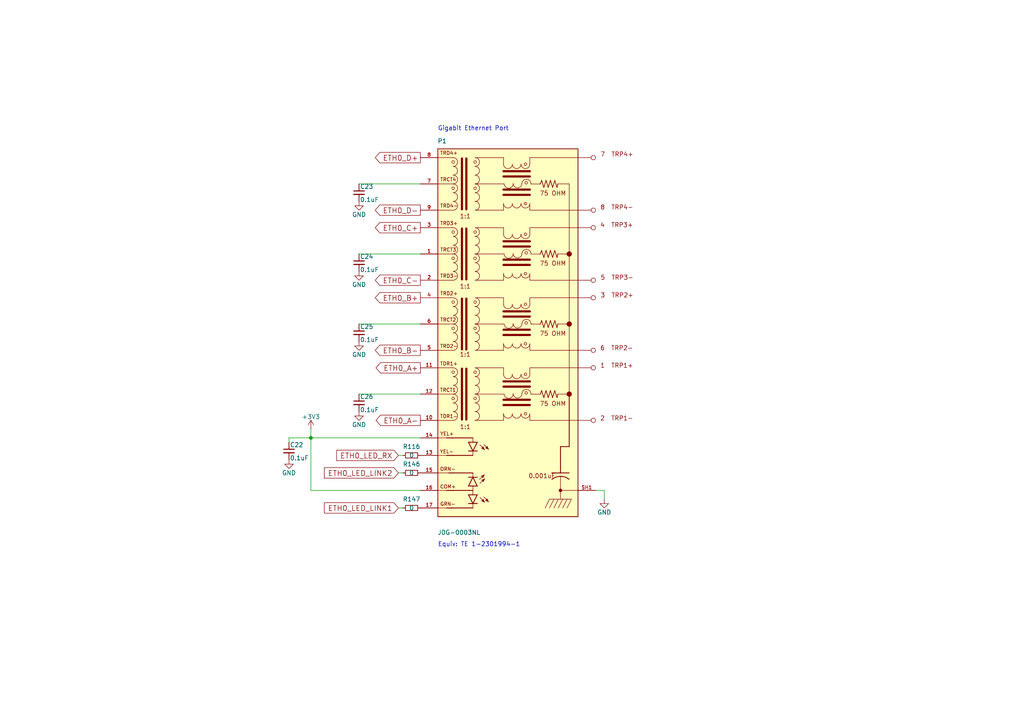
<source format=kicad_sch>
(kicad_sch (version 20211123) (generator eeschema)
  (paper "A4")
  (title_block (title "MNT Reform 2 Ethernet") (date "2022-10-12") (rev "2.5D-1") (company "MNT Research GmbH") (comment 1 "https://mntre.com") (comment 2 "Engineer: Lukas F. Hartmann") (comment 3 "License: CERN-OHL-S 2.0"))
  (lib_symbols
    (symbol "Device:R_Small" (pin_numbers hide) (pin_names (offset 0.254) hide)
      (property "Reference" "R" (at 0.762 0.508 0))
      (property "Value" "R_Small" (at 0.762 -1.016 0))
      (symbol "R_Small_0_1"
        (rectangle (start -0.762 1.778) (end 0.762 -1.778) (stroke (width 0.2032)))
      )
      (symbol "R_Small_1_1"
        (pin passive line (at 0 2.54 270) (length 0.762) (name "~") (number "1"))
        (pin passive line (at 0 -2.54 90) (length 0.762) (name "~") (number "2"))
      )
    )
    (symbol "reform2-motherboard-rescue:+3V3-reform-motherboard-rescue" (power) (pin_names (offset 0))
      (property "Value" "+3V3-reform-motherboard-rescue" (at 0 3.556 0))
      (symbol "+3V3-reform-motherboard-rescue_0_1"
        (polyline (pts (xy -0.762 1.27) (xy 0 2.54)))
        (polyline (pts (xy 0 0) (xy 0 2.54)))
        (polyline (pts (xy 0 2.54) (xy 0.762 1.27)))
      )
      (symbol "+3V3-reform-motherboard-rescue_1_1"
        (pin power_in line (at 0 0 90) (length 0) hide (name "+3V3") (number "1"))
      )
    )
    (symbol "reform2-motherboard-rescue:C_Small-reform-motherboard-rescue" (pin_numbers hide) (pin_names (offset 0.254) hide)
      (property "Reference" "C" (at 0.254 1.778 0))
      (property "Value" "C_Small-reform-motherboard-rescue" (at 0.254 -2.032 0))
      (symbol "C_Small-reform-motherboard-rescue_0_1"
        (polyline (pts (xy -1.524 -0.508) (xy 1.524 -0.508)) (stroke (width 0.3302)))
        (polyline (pts (xy -1.524 0.508) (xy 1.524 0.508)) (stroke (width 0.3048)))
      )
      (symbol "C_Small-reform-motherboard-rescue_1_1"
        (pin passive line (at 0 2.54 270) (length 2.032) (name "~") (number "1"))
        (pin passive line (at 0 -2.54 90) (length 2.032) (name "~") (number "2"))
      )
    )
    (symbol "reform2-motherboard-rescue:GND-reform-motherboard-rescue" (power) (pin_names (offset 0))
      (property "Value" "GND-reform-motherboard-rescue" (at 0 -3.81 0))
      (symbol "GND-reform-motherboard-rescue_0_1"
        (polyline (pts (xy 0 0) (xy 0 -1.27) (xy 1.27 -1.27) (xy 0 -2.54) (xy -1.27 -1.27) (xy 0 -1.27)))
      )
      (symbol "GND-reform-motherboard-rescue_1_1"
        (pin power_in line (at 0 0 270) (length 0) hide (name "GND") (number "1"))
      )
    )
    (symbol "reform2-motherboard-rescue:J0G-0003NL-reform-motherboard-rescue" (pin_names (offset 1.016) hide)
      (property "Reference" "P" (at -20.4216 54.8894 0))
      (property "Value" "J0G-0003NL-reform-motherboard-rescue" (at -20.3962 -58.6486 0))
      (symbol "J0G-0003NL-reform-motherboard-rescue_0_0"
        (rectangle (start -20.32 53.34) (end 20.32 -53.34) (stroke (width 0.254)) (fill (type background)))
        (arc (start -15.875 -25.4) (mid -14.605 -24.13) (end -15.875 -22.86) (stroke (width 0.1524)))
        (arc (start -15.875 -22.86) (mid -14.605 -21.59) (end -15.875 -20.32) (stroke (width 0.1524)))
        (arc (start -15.875 -20.32) (mid -14.605 -19.05) (end -15.875 -17.78) (stroke (width 0.1524)))
        (circle (center -15.875 -19.05) (radius 0.381))
        (arc (start -15.875 -17.78) (mid -14.605 -16.51) (end -15.875 -15.24) (stroke (width 0.1524)))
        (arc (start -15.875 -15.24) (mid -14.605 -13.97) (end -15.875 -12.7) (stroke (width 0.1524)))
        (arc (start -15.875 -12.7) (mid -14.605 -11.43) (end -15.875 -10.16) (stroke (width 0.1524)))
        (circle (center -15.875 -11.43) (radius 0.381))
        (arc (start -15.875 -5.08) (mid -14.605 -3.81) (end -15.875 -2.54) (stroke (width 0.1524)))
        (arc (start -15.875 -2.54) (mid -14.605 -1.27) (end -15.875 0) (stroke (width 0.1524)))
        (arc (start -15.875 0) (mid -14.605 1.27) (end -15.875 2.54) (stroke (width 0.1524)))
        (circle (center -15.875 1.27) (radius 0.381))
        (arc (start -15.875 2.54) (mid -14.605 3.81) (end -15.875 5.08) (stroke (width 0.1524)))
        (arc (start -15.875 5.08) (mid -14.605 6.35) (end -15.875 7.62) (stroke (width 0.1524)))
        (arc (start -15.875 7.62) (mid -14.605 8.89) (end -15.875 10.16) (stroke (width 0.1524)))
        (circle (center -15.875 8.89) (radius 0.381))
        (arc (start -15.875 15.24) (mid -14.605 16.51) (end -15.875 17.78) (stroke (width 0.1524)))
        (arc (start -15.875 17.78) (mid -14.605 19.05) (end -15.875 20.32) (stroke (width 0.1524)))
        (arc (start -15.875 20.32) (mid -14.605 21.59) (end -15.875 22.86) (stroke (width 0.1524)))
        (circle (center -15.875 21.59) (radius 0.381))
        (arc (start -15.875 22.86) (mid -14.605 24.13) (end -15.875 25.4) (stroke (width 0.1524)))
        (arc (start -15.875 25.4) (mid -14.605 26.67) (end -15.875 27.94) (stroke (width 0.1524)))
        (arc (start -15.875 27.94) (mid -14.605 29.21) (end -15.875 30.48) (stroke (width 0.1524)))
        (circle (center -15.875 29.21) (radius 0.381))
        (arc (start -15.875 35.56) (mid -14.605 36.83) (end -15.875 38.1) (stroke (width 0.1524)))
        (arc (start -15.875 38.1) (mid -14.605 39.37) (end -15.875 40.64) (stroke (width 0.1524)))
        (arc (start -15.875 40.64) (mid -14.605 41.91) (end -15.875 43.18) (stroke (width 0.1524)))
        (circle (center -15.875 41.91) (radius 0.381))
        (arc (start -15.875 43.18) (mid -14.605 44.45) (end -15.875 45.72) (stroke (width 0.1524)))
        (arc (start -15.875 45.72) (mid -14.605 46.99) (end -15.875 48.26) (stroke (width 0.1524)))
        (arc (start -15.875 48.26) (mid -14.605 49.53) (end -15.875 50.8) (stroke (width 0.1524)))
        (circle (center -15.875 49.53) (radius 0.381))
        (arc (start -9.525 -25.4) (mid -8.255 -24.13) (end -9.525 -22.86) (stroke (width 0.1524)))
        (arc (start -9.525 -22.86) (mid -8.255 -21.59) (end -9.525 -20.32) (stroke (width 0.1524)))
        (arc (start -9.525 -20.32) (mid -8.255 -19.05) (end -9.525 -17.78) (stroke (width 0.1524)))
        (circle (center -9.525 -19.05) (radius 0.381))
        (arc (start -9.525 -17.78) (mid -8.255 -16.51) (end -9.525 -15.24) (stroke (width 0.1524)))
        (arc (start -9.525 -15.24) (mid -8.255 -13.97) (end -9.525 -12.7) (stroke (width 0.1524)))
        (arc (start -9.525 -12.7) (mid -8.255 -11.43) (end -9.525 -10.16) (stroke (width 0.1524)))
        (circle (center -9.525 -11.43) (radius 0.381))
        (arc (start -9.525 -5.08) (mid -8.255 -3.81) (end -9.525 -2.54) (stroke (width 0.1524)))
        (arc (start -9.525 -2.54) (mid -8.255 -1.27) (end -9.525 0) (stroke (width 0.1524)))
        (arc (start -9.525 0) (mid -8.255 1.27) (end -9.525 2.54) (stroke (width 0.1524)))
        (circle (center -9.525 1.27) (radius 0.381))
        (arc (start -9.525 2.54) (mid -8.255 3.81) (end -9.525 5.08) (stroke (width 0.1524)))
        (arc (start -9.525 5.08) (mid -8.255 6.35) (end -9.525 7.62) (stroke (width 0.1524)))
        (arc (start -9.525 7.62) (mid -8.255 8.89) (end -9.525 10.16) (stroke (width 0.1524)))
        (circle (center -9.525 8.89) (radius 0.381))
        (arc (start -9.525 15.24) (mid -8.255 16.51) (end -9.525 17.78) (stroke (width 0.1524)))
        (arc (start -9.525 17.78) (mid -8.255 19.05) (end -9.525 20.32) (stroke (width 0.1524)))
        (arc (start -9.525 20.32) (mid -8.255 21.59) (end -9.525 22.86) (stroke (width 0.1524)))
        (circle (center -9.525 21.59) (radius 0.381))
        (arc (start -9.525 22.86) (mid -8.255 24.13) (end -9.525 25.4) (stroke (width 0.1524)))
        (arc (start -9.525 25.4) (mid -8.255 26.67) (end -9.525 27.94) (stroke (width 0.1524)))
        (arc (start -9.525 27.94) (mid -8.255 29.21) (end -9.525 30.48) (stroke (width 0.1524)))
        (circle (center -9.525 29.21) (radius 0.381))
        (arc (start -9.525 35.56) (mid -8.255 36.83) (end -9.525 38.1) (stroke (width 0.1524)))
        (arc (start -9.525 38.1) (mid -8.255 39.37) (end -9.525 40.64) (stroke (width 0.1524)))
        (arc (start -9.525 40.64) (mid -8.255 41.91) (end -9.525 43.18) (stroke (width 0.1524)))
        (circle (center -9.525 41.91) (radius 0.381))
        (arc (start -9.525 43.18) (mid -8.255 44.45) (end -9.525 45.72) (stroke (width 0.1524)))
        (arc (start -9.525 45.72) (mid -8.255 46.99) (end -9.525 48.26) (stroke (width 0.1524)))
        (arc (start -9.525 48.26) (mid -8.255 49.53) (end -9.525 50.8) (stroke (width 0.1524)))
        (circle (center -9.525 49.53) (radius 0.381))
        (arc (start -1.27 -23.495) (mid 0 -24.765) (end 1.27 -23.495) (stroke (width 0.1524)))
        (arc (start -1.27 -12.065) (mid 0 -13.335) (end 1.27 -12.065) (stroke (width 0.1524)))
        (arc (start -1.27 -3.175) (mid 0 -4.445) (end 1.27 -3.175) (stroke (width 0.1524)))
        (arc (start -1.27 8.255) (mid 0 6.985) (end 1.27 8.255) (stroke (width 0.1524)))
        (arc (start -1.27 17.145) (mid 0 15.875) (end 1.27 17.145) (stroke (width 0.1524)))
        (arc (start -1.27 28.575) (mid 0 27.305) (end 1.27 28.575) (stroke (width 0.1524)))
        (arc (start -1.27 37.465) (mid 0 36.195) (end 1.27 37.465) (stroke (width 0.1524)))
        (arc (start -1.27 48.895) (mid 0 47.625) (end 1.27 48.895) (stroke (width 0.1524)))
        (arc (start -1.0922 -17.78) (mid 0.2659 -19.0241) (end 1.524 -17.653) (stroke (width 0.1524)))
        (arc (start -1.0922 2.54) (mid 0.2659 1.2959) (end 1.524 2.667) (stroke (width 0.1524)))
        (arc (start -1.0922 22.86) (mid 0.2662 21.6401) (end 1.524 22.987) (stroke (width 0.1524)))
        (arc (start -1.0922 43.18) (mid 0.2659 41.9359) (end 1.524 43.307) (stroke (width 0.1524)))
        (polyline (pts (xy -17.78 -50.8) (xy -15.875 -50.8)) (stroke (width 0.254)))
        (polyline (pts (xy -17.78 -45.72) (xy -15.875 -45.72)) (stroke (width 0.254)))
        (polyline (pts (xy -17.78 -35.56) (xy -15.875 -35.56)) (stroke (width 0.254)))
        (polyline (pts (xy -17.78 -30.48) (xy -15.875 -30.48)) (stroke (width 0.254)))
        (polyline (pts (xy -17.145 -40.64) (xy -15.875 -40.64)) (stroke (width 0.254)))
        (polyline (pts (xy -15.875 -50.8) (xy -20.32 -50.8)) (stroke (width 0.1524)))
        (polyline (pts (xy -15.875 -50.8) (xy -10.16 -50.8)) (stroke (width 0.254)))
        (polyline (pts (xy -15.875 -45.72) (xy -20.32 -45.72)) (stroke (width 0.1524)))
        (polyline (pts (xy -15.875 -45.72) (xy -10.16 -45.72)) (stroke (width 0.254)))
        (polyline (pts (xy -15.875 -40.64) (xy -20.32 -40.64)) (stroke (width 0.1524)))
        (polyline (pts (xy -15.875 -40.64) (xy -10.16 -40.64)) (stroke (width 0.254)))
        (polyline (pts (xy -15.875 -35.56) (xy -20.32 -35.56)) (stroke (width 0.1524)))
        (polyline (pts (xy -15.875 -35.56) (xy -10.16 -35.56)) (stroke (width 0.254)))
        (polyline (pts (xy -15.875 -30.48) (xy -20.32 -30.48)) (stroke (width 0.1524)))
        (polyline (pts (xy -15.875 -30.48) (xy -10.16 -30.48)) (stroke (width 0.254)))
        (polyline (pts (xy -15.875 -25.4) (xy -20.32 -25.4)) (stroke (width 0.1524)))
        (polyline (pts (xy -15.875 -17.78) (xy -20.32 -17.78)) (stroke (width 0.1524)))
        (polyline (pts (xy -15.875 -10.16) (xy -20.32 -10.16)) (stroke (width 0.1524)))
        (polyline (pts (xy -15.875 -5.08) (xy -20.32 -5.08)) (stroke (width 0.1524)))
        (polyline (pts (xy -15.875 2.54) (xy -20.32 2.54)) (stroke (width 0.1524)))
        (polyline (pts (xy -15.875 10.16) (xy -20.32 10.16)) (stroke (width 0.1524)))
        (polyline (pts (xy -15.875 15.24) (xy -20.32 15.24)) (stroke (width 0.1524)))
        (polyline (pts (xy -15.875 22.86) (xy -20.32 22.86)) (stroke (width 0.1524)))
        (polyline (pts (xy -15.875 30.48) (xy -20.32 30.48)) (stroke (width 0.1524)))
        (polyline (pts (xy -15.875 35.56) (xy -20.32 35.56)) (stroke (width 0.1524)))
        (polyline (pts (xy -15.875 43.18) (xy -20.32 43.18)) (stroke (width 0.1524)))
        (polyline (pts (xy -15.875 50.8) (xy -20.32 50.8)) (stroke (width 0.1524)))
        (polyline (pts (xy -13.335 -10.414) (xy -13.335 -25.146)) (stroke (width 0.635)))
        (polyline (pts (xy -13.335 9.906) (xy -13.335 -4.826)) (stroke (width 0.635)))
        (polyline (pts (xy -13.335 30.226) (xy -13.335 15.494)) (stroke (width 0.635)))
        (polyline (pts (xy -13.335 50.546) (xy -13.335 35.814)) (stroke (width 0.635)))
        (polyline (pts (xy -12.065 -10.414) (xy -12.065 -25.146)) (stroke (width 0.635)))
        (polyline (pts (xy -12.065 9.906) (xy -12.065 -4.826)) (stroke (width 0.635)))
        (polyline (pts (xy -12.065 30.226) (xy -12.065 15.494)) (stroke (width 0.635)))
        (polyline (pts (xy -12.065 50.546) (xy -12.065 35.814)) (stroke (width 0.635)))
        (polyline (pts (xy -11.43 -44.45) (xy -10.16 -44.45)) (stroke (width 0.254)))
        (polyline (pts (xy -11.43 -44.45) (xy -10.16 -41.91)) (stroke (width 0.254)))
        (polyline (pts (xy -11.43 -41.91) (xy -10.16 -41.91)) (stroke (width 0.254)))
        (polyline (pts (xy -10.16 -50.8) (xy -10.16 -49.53)) (stroke (width 0.1524)))
        (polyline (pts (xy -10.16 -49.53) (xy -11.43 -49.53)) (stroke (width 0.254)))
        (polyline (pts (xy -10.16 -49.53) (xy -11.43 -46.99)) (stroke (width 0.254)))
        (polyline (pts (xy -10.16 -46.99) (xy -11.43 -46.99)) (stroke (width 0.254)))
        (polyline (pts (xy -10.16 -45.72) (xy -10.16 -46.99)) (stroke (width 0.1524)))
        (polyline (pts (xy -10.16 -45.72) (xy -10.16 -44.45)) (stroke (width 0.1524)))
        (polyline (pts (xy -10.16 -44.45) (xy -8.89 -44.45)) (stroke (width 0.254)))
        (polyline (pts (xy -10.16 -41.91) (xy -8.89 -44.45)) (stroke (width 0.254)))
        (polyline (pts (xy -10.16 -40.64) (xy -10.16 -41.91)) (stroke (width 0.1524)))
        (polyline (pts (xy -10.16 -35.56) (xy -10.16 -34.29)) (stroke (width 0.1524)))
        (polyline (pts (xy -10.16 -34.29) (xy -11.43 -34.29)) (stroke (width 0.254)))
        (polyline (pts (xy -10.16 -34.29) (xy -11.43 -31.75)) (stroke (width 0.254)))
        (polyline (pts (xy -10.16 -31.75) (xy -11.43 -31.75)) (stroke (width 0.254)))
        (polyline (pts (xy -10.16 -30.48) (xy -10.16 -31.75)) (stroke (width 0.1524)))
        (polyline (pts (xy -9.525 -17.78) (xy -1.0922 -17.78)) (stroke (width 0.1524)))
        (polyline (pts (xy -9.525 -10.16) (xy -1.27 -10.16)) (stroke (width 0.1524)))
        (polyline (pts (xy -9.525 2.54) (xy -1.0922 2.54)) (stroke (width 0.1524)))
        (polyline (pts (xy -9.525 10.16) (xy -1.27 10.16)) (stroke (width 0.1524)))
        (polyline (pts (xy -9.525 22.86) (xy -1.0922 22.86)) (stroke (width 0.1524)))
        (polyline (pts (xy -9.525 30.48) (xy -1.27 30.48)) (stroke (width 0.1524)))
        (polyline (pts (xy -9.525 43.18) (xy -1.0922 43.18)) (stroke (width 0.1524)))
        (polyline (pts (xy -9.525 50.8) (xy -1.27 50.8)) (stroke (width 0.1524)))
        (polyline (pts (xy -8.89 -49.53) (xy -10.16 -49.53)) (stroke (width 0.254)))
        (polyline (pts (xy -8.89 -46.99) (xy -10.16 -49.53)) (stroke (width 0.254)))
        (polyline (pts (xy -8.89 -46.99) (xy -10.16 -46.99)) (stroke (width 0.254)))
        (polyline (pts (xy -8.89 -41.91) (xy -10.16 -41.91)) (stroke (width 0.254)))
        (polyline (pts (xy -8.89 -34.29) (xy -10.16 -34.29)) (stroke (width 0.254)))
        (polyline (pts (xy -8.89 -31.75) (xy -10.16 -34.29)) (stroke (width 0.254)))
        (polyline (pts (xy -8.89 -31.75) (xy -10.16 -31.75)) (stroke (width 0.254)))
        (polyline (pts (xy -8.255 -42.545) (xy -6.858 -41.148)) (stroke (width 0.1524)))
        (polyline (pts (xy -8.128 -47.752) (xy -6.731 -49.149)) (stroke (width 0.1524)))
        (polyline (pts (xy -8.128 -43.688) (xy -6.731 -42.291)) (stroke (width 0.1524)))
        (polyline (pts (xy -8.128 -32.512) (xy -6.731 -33.909)) (stroke (width 0.1524)))
        (polyline (pts (xy -6.985 -47.625) (xy -5.588 -49.022)) (stroke (width 0.1524)))
        (polyline (pts (xy -6.985 -32.385) (xy -5.588 -33.782)) (stroke (width 0.1524)))
        (polyline (pts (xy -1.27 -25.4) (xy -9.525 -25.4)) (stroke (width 0.1524)))
        (polyline (pts (xy -1.27 -25.4) (xy -1.27 -23.495)) (stroke (width 0.1524)))
        (polyline (pts (xy -1.27 -20.955) (xy 6.35 -20.955)) (stroke (width 0.635)))
        (polyline (pts (xy -1.27 -19.431) (xy 6.35 -19.431)) (stroke (width 0.635)))
        (polyline (pts (xy -1.27 -15.621) (xy 6.35 -15.621)) (stroke (width 0.635)))
        (polyline (pts (xy -1.27 -14.097) (xy 6.35 -14.097)) (stroke (width 0.635)))
        (polyline (pts (xy -1.27 -10.16) (xy -1.27 -12.065)) (stroke (width 0.1524)))
        (polyline (pts (xy -1.27 -5.08) (xy -9.525 -5.08)) (stroke (width 0.1524)))
        (polyline (pts (xy -1.27 -5.08) (xy -1.27 -3.175)) (stroke (width 0.1524)))
        (polyline (pts (xy -1.27 -0.635) (xy 6.35 -0.635)) (stroke (width 0.635)))
        (polyline (pts (xy -1.27 0.889) (xy 6.35 0.889)) (stroke (width 0.635)))
        (polyline (pts (xy -1.27 4.699) (xy 6.35 4.699)) (stroke (width 0.635)))
        (polyline (pts (xy -1.27 6.223) (xy 6.35 6.223)) (stroke (width 0.635)))
        (polyline (pts (xy -1.27 10.16) (xy -1.27 8.255)) (stroke (width 0.1524)))
        (polyline (pts (xy -1.27 15.24) (xy -9.525 15.24)) (stroke (width 0.1524)))
        (polyline (pts (xy -1.27 15.24) (xy -1.27 17.145)) (stroke (width 0.1524)))
        (polyline (pts (xy -1.27 19.685) (xy 6.35 19.685)) (stroke (width 0.635)))
        (polyline (pts (xy -1.27 21.209) (xy 6.35 21.209)) (stroke (width 0.635)))
        (polyline (pts (xy -1.27 25.019) (xy 6.35 25.019)) (stroke (width 0.635)))
        (polyline (pts (xy -1.27 26.543) (xy 6.35 26.543)) (stroke (width 0.635)))
        (polyline (pts (xy -1.27 30.48) (xy -1.27 28.575)) (stroke (width 0.1524)))
        (polyline (pts (xy -1.27 35.56) (xy -9.525 35.56)) (stroke (width 0.1524)))
        (polyline (pts (xy -1.27 35.56) (xy -1.27 37.465)) (stroke (width 0.1524)))
        (polyline (pts (xy -1.27 40.005) (xy 6.35 40.005)) (stroke (width 0.635)))
        (polyline (pts (xy -1.27 41.529) (xy 6.35 41.529)) (stroke (width 0.635)))
        (polyline (pts (xy -1.27 45.339) (xy 6.35 45.339)) (stroke (width 0.635)))
        (polyline (pts (xy -1.27 46.863) (xy 6.35 46.863)) (stroke (width 0.635)))
        (polyline (pts (xy -1.27 50.8) (xy -1.27 48.895)) (stroke (width 0.1524)))
        (polyline (pts (xy 6.35 -25.4) (xy 24.13 -25.4)) (stroke (width 0.1524)))
        (polyline (pts (xy 6.35 -23.495) (xy 6.35 -25.4)) (stroke (width 0.1524)))
        (polyline (pts (xy 6.35 -12.065) (xy 6.35 -10.16)) (stroke (width 0.1524)))
        (polyline (pts (xy 6.35 -10.16) (xy 24.13 -10.16)) (stroke (width 0.1524)))
        (polyline (pts (xy 6.35 -5.08) (xy 24.13 -5.08)) (stroke (width 0.1524)))
        (polyline (pts (xy 6.35 -3.175) (xy 6.35 -5.08)) (stroke (width 0.1524)))
        (polyline (pts (xy 6.35 8.255) (xy 6.35 10.16)) (stroke (width 0.1524)))
        (polyline (pts (xy 6.35 10.16) (xy 24.13 10.16)) (stroke (width 0.1524)))
        (polyline (pts (xy 6.35 15.24) (xy 24.13 15.24)) (stroke (width 0.1524)))
        (polyline (pts (xy 6.35 17.145) (xy 6.35 15.24)) (stroke (width 0.1524)))
        (polyline (pts (xy 6.35 28.575) (xy 6.35 30.48)) (stroke (width 0.1524)))
        (polyline (pts (xy 6.35 30.48) (xy 24.13 30.48)) (stroke (width 0.1524)))
        (polyline (pts (xy 6.35 35.56) (xy 24.13 35.56)) (stroke (width 0.1524)))
        (polyline (pts (xy 6.35 37.465) (xy 6.35 35.56)) (stroke (width 0.1524)))
        (polyline (pts (xy 6.35 48.895) (xy 6.35 50.8)) (stroke (width 0.1524)))
        (polyline (pts (xy 6.35 50.8) (xy 24.13 50.8)) (stroke (width 0.1524)))
        (polyline (pts (xy 9.398 -17.8054) (xy 6.6802 -17.8054)) (stroke (width 0.1524)))
        (polyline (pts (xy 9.398 -17.78) (xy 9.779 -16.764)) (stroke (width 0.2032)))
        (polyline (pts (xy 9.398 2.5146) (xy 6.6802 2.5146)) (stroke (width 0.1524)))
        (polyline (pts (xy 9.398 2.54) (xy 9.779 3.556)) (stroke (width 0.2032)))
        (polyline (pts (xy 9.398 22.8346) (xy 6.6802 22.8346)) (stroke (width 0.1524)))
        (polyline (pts (xy 9.398 22.86) (xy 9.779 23.876)) (stroke (width 0.2032)))
        (polyline (pts (xy 9.398 43.1546) (xy 6.6802 43.1546)) (stroke (width 0.1524)))
        (polyline (pts (xy 9.398 43.18) (xy 9.779 44.196)) (stroke (width 0.2032)))
        (polyline (pts (xy 9.779 -16.764) (xy 10.414 -18.796)) (stroke (width 0.2032)))
        (polyline (pts (xy 9.779 3.556) (xy 10.414 1.524)) (stroke (width 0.2032)))
        (polyline (pts (xy 9.779 23.876) (xy 10.414 21.844)) (stroke (width 0.2032)))
        (polyline (pts (xy 9.779 44.196) (xy 10.414 42.164)) (stroke (width 0.2032)))
        (polyline (pts (xy 10.414 -18.796) (xy 11.049 -16.764)) (stroke (width 0.2032)))
        (polyline (pts (xy 10.414 1.524) (xy 11.049 3.556)) (stroke (width 0.2032)))
        (polyline (pts (xy 10.414 21.844) (xy 11.049 23.876)) (stroke (width 0.2032)))
        (polyline (pts (xy 10.414 42.164) (xy 11.049 44.196)) (stroke (width 0.2032)))
        (polyline (pts (xy 11.049 -16.764) (xy 11.684 -18.796)) (stroke (width 0.2032)))
        (polyline (pts (xy 11.049 3.556) (xy 11.684 1.524)) (stroke (width 0.2032)))
        (polyline (pts (xy 11.049 23.876) (xy 11.684 21.844)) (stroke (width 0.2032)))
        (polyline (pts (xy 11.049 44.196) (xy 11.684 42.164)) (stroke (width 0.2032)))
        (polyline (pts (xy 11.684 -18.796) (xy 12.319 -16.764)) (stroke (width 0.2032)))
        (polyline (pts (xy 11.684 1.524) (xy 12.319 3.556)) (stroke (width 0.2032)))
        (polyline (pts (xy 11.684 21.844) (xy 12.319 23.876)) (stroke (width 0.2032)))
        (polyline (pts (xy 11.684 42.164) (xy 12.319 44.196)) (stroke (width 0.2032)))
        (polyline (pts (xy 12.065 -48.26) (xy 10.795 -50.8)) (stroke (width 0.1524)))
        (polyline (pts (xy 12.319 -16.764) (xy 12.954 -18.796)) (stroke (width 0.2032)))
        (polyline (pts (xy 12.319 3.556) (xy 12.954 1.524)) (stroke (width 0.2032)))
        (polyline (pts (xy 12.319 23.876) (xy 12.954 21.844)) (stroke (width 0.2032)))
        (polyline (pts (xy 12.319 44.196) (xy 12.954 42.164)) (stroke (width 0.2032)))
        (polyline (pts (xy 12.7 -40.64) (xy 15.24 -40.64)) (stroke (width 0.254)))
        (polyline (pts (xy 12.954 -18.796) (xy 13.589 -16.764)) (stroke (width 0.2032)))
        (polyline (pts (xy 12.954 1.524) (xy 13.589 3.556)) (stroke (width 0.2032)))
        (polyline (pts (xy 12.954 21.844) (xy 13.589 23.876)) (stroke (width 0.2032)))
        (polyline (pts (xy 12.954 42.164) (xy 13.589 44.196)) (stroke (width 0.2032)))
        (polyline (pts (xy 13.335 -50.8) (xy 14.605 -48.26)) (stroke (width 0.1524)))
        (polyline (pts (xy 13.335 -48.26) (xy 12.065 -50.8)) (stroke (width 0.1524)))
        (polyline (pts (xy 13.335 -48.26) (xy 12.065 -48.26)) (stroke (width 0.1524)))
        (polyline (pts (xy 13.335 -48.26) (xy 18.415 -48.26)) (stroke (width 0.1524)))
        (polyline (pts (xy 13.589 -16.764) (xy 14.224 -18.796)) (stroke (width 0.2032)))
        (polyline (pts (xy 13.589 3.556) (xy 14.224 1.524)) (stroke (width 0.2032)))
        (polyline (pts (xy 13.589 23.876) (xy 14.224 21.844)) (stroke (width 0.2032)))
        (polyline (pts (xy 13.589 44.196) (xy 14.224 42.164)) (stroke (width 0.2032)))
        (polyline (pts (xy 14.224 -18.796) (xy 14.478 -17.78)) (stroke (width 0.2032)))
        (polyline (pts (xy 14.224 1.524) (xy 14.478 2.54)) (stroke (width 0.2032)))
        (polyline (pts (xy 14.224 21.844) (xy 14.478 22.86)) (stroke (width 0.2032)))
        (polyline (pts (xy 14.224 42.164) (xy 14.478 43.18)) (stroke (width 0.2032)))
        (polyline (pts (xy 14.605 -50.8) (xy 15.875 -48.26)) (stroke (width 0.1524)))
        (polyline (pts (xy 15.24 -48.26) (xy 15.24 -45.72)) (stroke (width 0.1524)))
        (polyline (pts (xy 15.24 -45.72) (xy 15.24 -41.656)) (stroke (width 0.1524)))
        (polyline (pts (xy 15.24 -40.64) (xy 15.24 -33.02)) (stroke (width 0.254)))
        (polyline (pts (xy 15.24 -40.64) (xy 17.78 -40.64)) (stroke (width 0.254)))
        (polyline (pts (xy 15.24 -33.02) (xy 17.78 -33.02)) (stroke (width 0.254)))
        (polyline (pts (xy 15.875 -50.8) (xy 17.145 -48.26)) (stroke (width 0.1524)))
        (polyline (pts (xy 17.78 -33.02) (xy 17.78 -17.78)) (stroke (width 0.254)))
        (polyline (pts (xy 17.78 -17.78) (xy 14.4526 -17.78)) (stroke (width 0.1524)))
        (polyline (pts (xy 17.78 2.54) (xy 14.4526 2.54)) (stroke (width 0.1524)))
        (polyline (pts (xy 17.78 2.54) (xy 17.78 -17.78)) (stroke (width 0.1524)))
        (polyline (pts (xy 17.78 22.86) (xy 14.4526 22.86)) (stroke (width 0.1524)))
        (polyline (pts (xy 17.78 22.86) (xy 17.78 2.54)) (stroke (width 0.1524)))
        (polyline (pts (xy 17.78 43.18) (xy 14.4526 43.18)) (stroke (width 0.1524)))
        (polyline (pts (xy 17.78 43.18) (xy 17.78 22.86)) (stroke (width 0.1524)))
        (polyline (pts (xy 18.415 -48.26) (xy 17.145 -50.8)) (stroke (width 0.1524)))
        (polyline (pts (xy 20.32 -45.72) (xy 15.24 -45.72)) (stroke (width 0.1524)))
        (polyline (pts (xy -6.858 -41.148) (xy -7.239 -42.037) (xy -7.747 -41.529)) (stroke (width 0.1524)) (fill (type outline)))
        (polyline (pts (xy -6.731 -49.149) (xy -7.62 -48.768) (xy -7.112 -48.26)) (stroke (width 0.1524)) (fill (type outline)))
        (polyline (pts (xy -6.731 -42.291) (xy -7.112 -43.18) (xy -7.62 -42.672)) (stroke (width 0.1524)) (fill (type outline)))
        (polyline (pts (xy -6.731 -33.909) (xy -7.62 -33.528) (xy -7.112 -33.02)) (stroke (width 0.1524)) (fill (type outline)))
        (polyline (pts (xy -5.588 -49.022) (xy -6.477 -48.641) (xy -5.969 -48.133)) (stroke (width 0.1524)) (fill (type outline)))
        (polyline (pts (xy -5.588 -33.782) (xy -6.477 -33.401) (xy -5.969 -32.893)) (stroke (width 0.1524)) (fill (type outline)))
        (arc (start 1.27 -23.495) (mid 2.54 -24.765) (end 3.81 -23.495) (stroke (width 0.1524)))
        (arc (start 1.27 -12.065) (mid 2.54 -13.335) (end 3.81 -12.065) (stroke (width 0.1524)))
        (arc (start 1.27 -3.175) (mid 2.54 -4.445) (end 3.81 -3.175) (stroke (width 0.1524)))
        (arc (start 1.27 8.255) (mid 2.54 6.985) (end 3.81 8.255) (stroke (width 0.1524)))
        (arc (start 1.27 17.145) (mid 2.54 15.875) (end 3.81 17.145) (stroke (width 0.1524)))
        (arc (start 1.27 28.575) (mid 2.54 27.305) (end 3.81 28.575) (stroke (width 0.1524)))
        (arc (start 1.27 37.465) (mid 2.54 36.195) (end 3.81 37.465) (stroke (width 0.1524)))
        (arc (start 1.27 48.895) (mid 2.54 47.625) (end 3.81 48.895) (stroke (width 0.1524)))
        (arc (start 1.524 -17.653) (mid 2.794 -18.923) (end 4.064 -17.653) (stroke (width 0.1524)))
        (arc (start 1.524 2.667) (mid 2.794 1.397) (end 4.064 2.667) (stroke (width 0.1524)))
        (arc (start 1.524 22.987) (mid 2.794 21.717) (end 4.064 22.987) (stroke (width 0.1524)))
        (arc (start 1.524 43.307) (mid 2.794 42.037) (end 4.064 43.307) (stroke (width 0.1524)))
        (arc (start 3.81 -23.495) (mid 5.08 -24.765) (end 6.35 -23.495) (stroke (width 0.1524)))
        (arc (start 3.81 -12.065) (mid 5.08 -13.335) (end 6.35 -12.065) (stroke (width 0.1524)))
        (arc (start 3.81 -3.175) (mid 5.08 -4.445) (end 6.35 -3.175) (stroke (width 0.1524)))
        (arc (start 3.81 8.255) (mid 5.08 6.985) (end 6.35 8.255) (stroke (width 0.1524)))
        (arc (start 3.81 17.145) (mid 5.08 15.875) (end 6.35 17.145) (stroke (width 0.1524)))
        (arc (start 3.81 28.575) (mid 5.08 27.305) (end 6.35 28.575) (stroke (width 0.1524)))
        (arc (start 3.81 37.465) (mid 5.08 36.195) (end 6.35 37.465) (stroke (width 0.1524)))
        (arc (start 3.81 48.895) (mid 5.08 47.625) (end 6.35 48.895) (stroke (width 0.1524)))
        (circle (center 5.08 -23.495) (radius 0.381))
        (circle (center 5.08 -12.065) (radius 0.381))
        (circle (center 5.08 -3.175) (radius 0.381))
        (circle (center 5.08 8.255) (radius 0.381))
        (circle (center 5.08 17.145) (radius 0.381))
        (circle (center 5.08 28.575) (radius 0.381))
        (circle (center 5.08 37.465) (radius 0.381))
        (circle (center 5.08 48.895) (radius 0.381))
        (circle (center 5.3086 -17.4498) (radius 0.381))
        (circle (center 5.3086 2.8702) (radius 0.381))
        (circle (center 5.3086 23.1902) (radius 0.381))
        (circle (center 5.3086 43.5102) (radius 0.381))
        (arc (start 6.6802 -17.78) (mid 5.4236 -16.409) (end 4.064 -17.653) (stroke (width 0.1524)))
        (arc (start 6.6802 2.54) (mid 5.4236 3.911) (end 4.064 2.667) (stroke (width 0.1524)))
        (arc (start 6.6802 22.86) (mid 5.4234 24.2576) (end 4.064 22.987) (stroke (width 0.1524)))
        (arc (start 6.6802 43.18) (mid 5.4236 44.551) (end 4.064 43.307) (stroke (width 0.1524)))
        (circle (center 15.24 -45.72) (radius 0.254) (stroke (width 0.508)))
        (arc (start 15.24 -41.656) (mid 13.938 -41.8702) (end 12.7762 -42.4942) (stroke (width 0.254)))
        (arc (start 17.7292 -42.4942) (mid 16.5558 -41.8596) (end 15.24 -41.6306) (stroke (width 0.254)))
        (circle (center 17.78 -17.78) (radius 0.0001) (stroke (width 0.762)))
        (circle (center 17.78 2.54) (radius 0.0001) (stroke (width 0.762)))
        (circle (center 17.78 22.86) (radius 0.0001) (stroke (width 0.762)))
        (circle (center 24.765 -25.4) (radius 0.635) (stroke (width 0.1524)))
        (circle (center 24.765 -10.16) (radius 0.635) (stroke (width 0.1524)))
        (circle (center 24.765 -5.08) (radius 0.635) (stroke (width 0.1524)))
        (circle (center 24.765 10.16) (radius 0.635) (stroke (width 0.1524)))
        (circle (center 24.765 15.24) (radius 0.635) (stroke (width 0.1524)))
        (circle (center 24.765 30.48) (radius 0.635) (stroke (width 0.1524)))
        (circle (center 24.765 35.56) (radius 0.635) (stroke (width 0.1524)))
        (circle (center 24.765 50.8) (radius 0.635) (stroke (width 0.1524)))
        (text "0.001uF" (at 5.9182 -42.2402 0) (effects (font (size 1.27 1.27)) (justify left bottom)))
        (text "1  TRP1+" (at 26.7462 -10.2108 0) (effects (font (size 1.27 1.27)) (justify left bottom)))
        (text "1:1" (at -14.0208 -7.0104 0) (effects (font (size 1.27 1.27)) (justify left bottom)))
        (text "1:1" (at -13.9954 -28.0162 0) (effects (font (size 1.27 1.27)) (justify left bottom)))
        (text "1:1" (at -13.9954 12.7254 0) (effects (font (size 1.27 1.27)) (justify left bottom)))
        (text "1:1" (at -13.9954 33.0708 0) (effects (font (size 1.27 1.27)) (justify left bottom)))
        (text "2  TRP1-" (at 26.7462 -25.5016 0) (effects (font (size 1.27 1.27)) (justify left bottom)))
        (text "3  TRP2+" (at 26.8224 10.1854 0) (effects (font (size 1.27 1.27)) (justify left bottom)))
        (text "4  TRP3+" (at 26.7208 30.5562 0) (effects (font (size 1.27 1.27)) (justify left bottom)))
        (text "5  TRP3-" (at 26.8224 15.3162 0) (effects (font (size 1.27 1.27)) (justify left bottom)))
        (text "6  TRP2-" (at 26.7208 -5.1308 0) (effects (font (size 1.27 1.27)) (justify left bottom)))
        (text "7  TRP4+" (at 26.797 51.054 0) (effects (font (size 1.27 1.27)) (justify left bottom)))
        (text "75 OHM" (at 9.1948 -21.2852 0) (effects (font (size 1.27 1.27)) (justify left bottom)))
        (text "75 OHM" (at 9.1948 -0.9398 0) (effects (font (size 1.27 1.27)) (justify left bottom)))
        (text "75 OHM" (at 9.1948 19.4056 0) (effects (font (size 1.27 1.27)) (justify left bottom)))
        (text "75 OHM" (at 9.1948 39.7256 0) (effects (font (size 1.27 1.27)) (justify left bottom)))
        (text "8  TRP4-" (at 26.7716 35.687 0) (effects (font (size 1.27 1.27)) (justify left bottom)))
        (text "COM+" (at -19.7358 -45.212 0) (effects (font (size 1.016 1.016)) (justify left bottom)))
        (text "GRN-" (at -19.7104 -50.2412 0) (effects (font (size 1.016 1.016)) (justify left bottom)))
        (text "ORN-" (at -19.7358 -40.1066 0) (effects (font (size 1.016 1.016)) (justify left bottom)))
        (text "TDR1+" (at -19.7358 -9.5504 0) (effects (font (size 1.016 1.016)) (justify left bottom)))
        (text "TDR1-" (at -19.7358 -24.8158 0) (effects (font (size 1.016 1.016)) (justify left bottom)))
        (text "TRCT1" (at -19.7612 -17.1958 0) (effects (font (size 1.016 1.016)) (justify left bottom)))
        (text "TRCT2" (at -19.7104 3.175 0) (effects (font (size 1.016 1.016)) (justify left bottom)))
        (text "TRCT3" (at -19.685 23.495 0) (effects (font (size 1.016 1.016)) (justify left bottom)))
        (text "TRCT4" (at -19.7104 43.8658 0) (effects (font (size 1.016 1.016)) (justify left bottom)))
        (text "TRD2+" (at -19.7104 10.8204 0) (effects (font (size 1.016 1.016)) (justify left bottom)))
        (text "TRD2-" (at -19.7358 -4.4704 0) (effects (font (size 1.016 1.016)) (justify left bottom)))
        (text "TRD3+" (at -19.7104 31.1658 0) (effects (font (size 1.016 1.016)) (justify left bottom)))
        (text "TRD3-" (at -19.7104 15.9004 0) (effects (font (size 1.016 1.016)) (justify left bottom)))
        (text "TRD4+" (at -19.7358 51.562 0) (effects (font (size 1.016 1.016)) (justify left bottom)))
        (text "TRD4-" (at -19.7104 36.2458 0) (effects (font (size 1.016 1.016)) (justify left bottom)))
        (text "YEL+" (at -19.7104 -29.8704 0) (effects (font (size 1.016 1.016)) (justify left bottom)))
        (text "YEL-" (at -19.7612 -35.052 0) (effects (font (size 1.016 1.016)) (justify left bottom)))
        (pin passive line (at -25.4 22.86 0) (length 5.08) (name "TRCT3") (number "1"))
        (pin passive line (at -25.4 -25.4 0) (length 5.08) (name "TDR1-") (number "10"))
        (pin passive line (at -25.4 -10.16 0) (length 5.08) (name "TDR1+") (number "11"))
        (pin passive line (at -25.4 -17.78 0) (length 5.08) (name "TRCT1") (number "12"))
        (pin passive line (at -25.4 -35.56 0) (length 5.08) (name "YEL-") (number "13"))
        (pin passive line (at -25.4 -30.48 0) (length 5.08) (name "YEL+") (number "14"))
        (pin passive line (at -25.4 -40.64 0) (length 5.08) (name "ORN-") (number "15"))
        (pin passive line (at -25.4 -45.72 0) (length 5.08) (name "COM+") (number "16"))
        (pin passive line (at -25.4 -50.8 0) (length 5.08) (name "GRN-") (number "17"))
        (pin passive line (at -25.4 15.24 0) (length 5.08) (name "TRD3-") (number "2"))
        (pin passive line (at -25.4 30.48 0) (length 5.08) (name "TRD3+") (number "3"))
        (pin passive line (at -25.4 10.16 0) (length 5.08) (name "TRD2+") (number "4"))
        (pin passive line (at -25.4 -5.08 0) (length 5.08) (name "TRD2-") (number "5"))
        (pin passive line (at -25.4 2.54 0) (length 5.08) (name "TRCT2") (number "6"))
        (pin passive line (at -25.4 43.18 0) (length 5.08) (name "TRCT4") (number "7"))
        (pin passive line (at -25.4 50.8 0) (length 5.08) (name "TRD4+") (number "8"))
        (pin passive line (at -25.4 35.56 0) (length 5.08) (name "TRD4-") (number "9"))
        (pin input line (at 25.4 -45.72 180) (length 5.08) (name "SHIELD") (number "SH1"))
        (pin input line (at 25.4 -45.72 180) (length 5.08) hide (name "SHIELD") (number "SH2"))
      )
    )
  )
  (junction (at 90.17 127))
  (wire (pts (xy 121.92 73.66) (xy 104.14 73.66)))
  (wire (pts (xy 104.14 93.98) (xy 121.92 93.98)))
  (wire (pts (xy 175.26 142.24) (xy 172.72 142.24)))
  (wire (pts (xy 115.57 147.32) (xy 116.84 147.32)))
  (wire (pts (xy 115.57 132.08) (xy 116.84 132.08)))
  (wire (pts (xy 121.92 114.3) (xy 104.14 114.3)))
  (wire (pts (xy 90.17 124.46) (xy 90.17 127)))
  (wire (pts (xy 90.17 127) (xy 121.92 127)))
  (wire (pts (xy 83.82 128.27) (xy 83.82 127)))
  (wire (pts (xy 104.14 53.34) (xy 121.92 53.34)))
  (wire (pts (xy 175.26 144.78) (xy 175.26 142.24)))
  (wire (pts (xy 90.17 142.24) (xy 121.92 142.24)))
  (wire (pts (xy 90.17 127) (xy 90.17 142.24)))
  (wire (pts (xy 83.82 127) (xy 90.17 127)))
  (wire (pts (xy 115.57 137.16) (xy 116.84 137.16)))
  (text "Equiv: TE 1-2301994-1" (at 127 158.75 0) (effects (font (size 1.27 1.27)) (justify left bottom)))
  (text "Gigabit Ethernet Port" (at 127 38.1 0) (effects (font (size 1.27 1.27)) (justify left bottom)))
  (global_label "ETH0_A+" (shape output) (at 121.92 106.68 180) (effects (font (size 1.524 1.524))) (property "Intersheet References" "${INTERSHEET_REFS}" (effects hide)))
  (global_label "ETH0_D+" (shape output) (at 121.92 45.72 180) (effects (font (size 1.524 1.524))) (property "Intersheet References" "${INTERSHEET_REFS}" (effects hide)))
  (global_label "ETH0_LED_LINK2" (shape input) (at 115.57 137.16 180) (effects (font (size 1.524 1.524))) (property "Intersheet References" "${INTERSHEET_REFS}" (effects hide)))
  (global_label "ETH0_LED_LINK1" (shape input) (at 115.57 147.32 180) (effects (font (size 1.524 1.524))) (property "Intersheet References" "${INTERSHEET_REFS}" (effects hide)))
  (global_label "ETH0_C-" (shape output) (at 121.92 81.28 180) (effects (font (size 1.524 1.524))) (property "Intersheet References" "${INTERSHEET_REFS}" (effects hide)))
  (global_label "ETH0_LED_RX" (shape input) (at 115.57 132.08 180) (effects (font (size 1.524 1.524))) (property "Intersheet References" "${INTERSHEET_REFS}" (effects hide)))
  (global_label "ETH0_B+" (shape output) (at 121.92 86.36 180) (effects (font (size 1.524 1.524))) (property "Intersheet References" "${INTERSHEET_REFS}" (effects hide)))
  (global_label "ETH0_D-" (shape output) (at 121.92 60.96 180) (effects (font (size 1.524 1.524))) (property "Intersheet References" "${INTERSHEET_REFS}" (effects hide)))
  (global_label "ETH0_C+" (shape output) (at 121.92 66.04 180) (effects (font (size 1.524 1.524))) (property "Intersheet References" "${INTERSHEET_REFS}" (effects hide)))
  (global_label "ETH0_A-" (shape output) (at 121.92 121.92 180) (effects (font (size 1.524 1.524))) (property "Intersheet References" "${INTERSHEET_REFS}" (effects hide)))
  (global_label "ETH0_B-" (shape output) (at 121.92 101.6 180) (effects (font (size 1.524 1.524))) (property "Intersheet References" "${INTERSHEET_REFS}" (effects hide)))
  (symbol (lib_id "reform2-motherboard-rescue:J0G-0003NL-reform-motherboard-rescue") (at 147.32 96.52 0) (unit 1)
    (property "Reference" "P1" (at 126.8984 41.6306 0) (effects (justify left bottom)))
    (property "Value" "J0G-0003NL" (at 126.9238 155.1686 0) (effects (justify left bottom)))
    (property "Footprint" "footprints:PULSE_J0G-0003NL" (effects hide))
    (property "Datasheet" "Conn RJ-45 Integrated Magnetics F 8 POS 2.03mm Solder RA Thru-Hole 17 Terminal 1 Port" (effects hide))
    (property "Manufacturer" "Pulse" (effects hide))
    (property "Manufacturer_No" "J0G-0003NL" (effects hide))
    (property "Checked" "y" (effects hide))
    (property "Distributor" "Mouser" (effects hide))
  )
  (symbol (lib_id "reform2-motherboard-rescue:+3V3-reform-motherboard-rescue") (at 90.17 124.46 0) (unit 1)
    (property "Reference" "#PWR0139" (effects hide))
    (property "Value" "+3V3" (at 90.17 120.904 0))
  )
  (symbol (lib_id "reform2-motherboard-rescue:C_Small-reform-motherboard-rescue") (at 83.82 130.81 0) (unit 1)
    (property "Reference" "C22" (at 84.074 129.032 0) (effects (justify left)))
    (property "Value" "0.1uF" (at 84.074 132.842 0) (effects (justify left)))
    (property "Footprint" "Capacitor_SMD:C_0603_1608Metric" (effects hide))
    (property "Manufacturer" "Yageo" (effects hide))
    (property "Manufacturer_No" "CC0603JPX7R9BB104" (effects hide))
    (property "Checked" "y" (effects hide))
  )
  (symbol (lib_id "reform2-motherboard-rescue:GND-reform-motherboard-rescue") (at 83.82 133.35 0) (unit 1)
    (property "Reference" "#PWR0140" (effects hide))
    (property "Value" "GND" (at 83.82 137.16 0))
  )
  (symbol (lib_id "reform2-motherboard-rescue:C_Small-reform-motherboard-rescue") (at 104.14 55.88 0) (unit 1)
    (property "Reference" "C23" (at 104.394 54.102 0) (effects (justify left)))
    (property "Value" "0.1uF" (at 104.394 57.912 0) (effects (justify left)))
    (property "Footprint" "Capacitor_SMD:C_0603_1608Metric" (effects hide))
    (property "Manufacturer" "Yageo" (effects hide))
    (property "Manufacturer_No" "CC0603JPX7R9BB104" (effects hide))
    (property "Checked" "y" (effects hide))
  )
  (symbol (lib_id "reform2-motherboard-rescue:C_Small-reform-motherboard-rescue") (at 104.14 76.2 0) (unit 1)
    (property "Reference" "C24" (at 104.394 74.422 0) (effects (justify left)))
    (property "Value" "0.1uF" (at 104.394 78.232 0) (effects (justify left)))
    (property "Footprint" "Capacitor_SMD:C_0603_1608Metric" (effects hide))
    (property "Manufacturer" "Yageo" (effects hide))
    (property "Manufacturer_No" "CC0603JPX7R9BB104" (effects hide))
    (property "Checked" "y" (effects hide))
  )
  (symbol (lib_id "reform2-motherboard-rescue:C_Small-reform-motherboard-rescue") (at 104.14 96.52 0) (unit 1)
    (property "Reference" "C25" (at 104.394 94.742 0) (effects (justify left)))
    (property "Value" "0.1uF" (at 104.394 98.552 0) (effects (justify left)))
    (property "Footprint" "Capacitor_SMD:C_0603_1608Metric" (effects hide))
    (property "Manufacturer" "Yageo" (effects hide))
    (property "Manufacturer_No" "CC0603JPX7R9BB104" (effects hide))
    (property "Checked" "y" (effects hide))
  )
  (symbol (lib_id "reform2-motherboard-rescue:C_Small-reform-motherboard-rescue") (at 104.14 116.84 0) (unit 1)
    (property "Reference" "C26" (at 104.394 115.062 0) (effects (justify left)))
    (property "Value" "0.1uF" (at 104.394 118.872 0) (effects (justify left)))
    (property "Footprint" "Capacitor_SMD:C_0603_1608Metric" (effects hide))
    (property "Manufacturer" "Yageo" (effects hide))
    (property "Manufacturer_No" "CC0603JPX7R9BB104" (effects hide))
    (property "Checked" "y" (effects hide))
  )
  (symbol (lib_id "reform2-motherboard-rescue:GND-reform-motherboard-rescue") (at 104.14 58.42 0) (unit 1)
    (property "Reference" "#PWR0141" (effects hide))
    (property "Value" "GND" (at 104.14 62.23 0))
  )
  (symbol (lib_id "reform2-motherboard-rescue:GND-reform-motherboard-rescue") (at 104.14 78.74 0) (unit 1)
    (property "Reference" "#PWR0142" (effects hide))
    (property "Value" "GND" (at 104.14 82.55 0))
  )
  (symbol (lib_id "reform2-motherboard-rescue:GND-reform-motherboard-rescue") (at 104.14 99.06 0) (unit 1)
    (property "Reference" "#PWR0143" (effects hide))
    (property "Value" "GND" (at 104.14 102.87 0))
  )
  (symbol (lib_id "reform2-motherboard-rescue:GND-reform-motherboard-rescue") (at 104.14 119.38 0) (unit 1)
    (property "Reference" "#PWR0144" (effects hide))
    (property "Value" "GND" (at 104.14 123.19 0))
  )
  (symbol (lib_id "reform2-motherboard-rescue:GND-reform-motherboard-rescue") (at 175.26 144.78 0) (unit 1)
    (property "Reference" "#PWR0145" (effects hide))
    (property "Value" "GND" (at 175.26 148.59 0))
  )
  (symbol (lib_id "Device:R_Small") (at 119.38 132.08 270) (unit 1)
    (property "Reference" "R116" (at 119.38 129.54 90))
    (property "Value" "0" (at 119.38 132.08 90))
    (property "Footprint" "Resistor_SMD:R_0603_1608Metric" (effects hide))
    (property "Manufacturer" "Vishay Dale" (effects hide))
    (property "Manufacturer_No" "CRCW06030000Z0EAC" (effects hide))
    (property "Distributor" "Mouser" (effects hide))
    (property "Checked" "y" (effects hide))
  )
  (symbol (lib_id "Device:R_Small") (at 119.38 137.16 270) (unit 1)
    (property "Reference" "R146" (at 119.38 134.62 90))
    (property "Value" "0" (at 119.38 137.16 90))
    (property "Footprint" "Resistor_SMD:R_0603_1608Metric" (effects hide))
    (property "Manufacturer" "Vishay Dale" (effects hide))
    (property "Manufacturer_No" "CRCW06030000Z0EAC" (effects hide))
    (property "Distributor" "Mouser" (effects hide))
    (property "Checked" "y" (effects hide))
  )
  (symbol (lib_id "Device:R_Small") (at 119.38 147.32 270) (unit 1)
    (property "Reference" "R147" (at 119.38 144.78 90))
    (property "Value" "0" (at 119.38 147.32 90))
    (property "Footprint" "Resistor_SMD:R_0603_1608Metric" (effects hide))
    (property "Manufacturer" "Vishay Dale" (effects hide))
    (property "Manufacturer_No" "CRCW06030000Z0EAC" (effects hide))
    (property "Distributor" "Mouser" (effects hide))
    (property "Checked" "y" (effects hide))
  )
)
</source>
